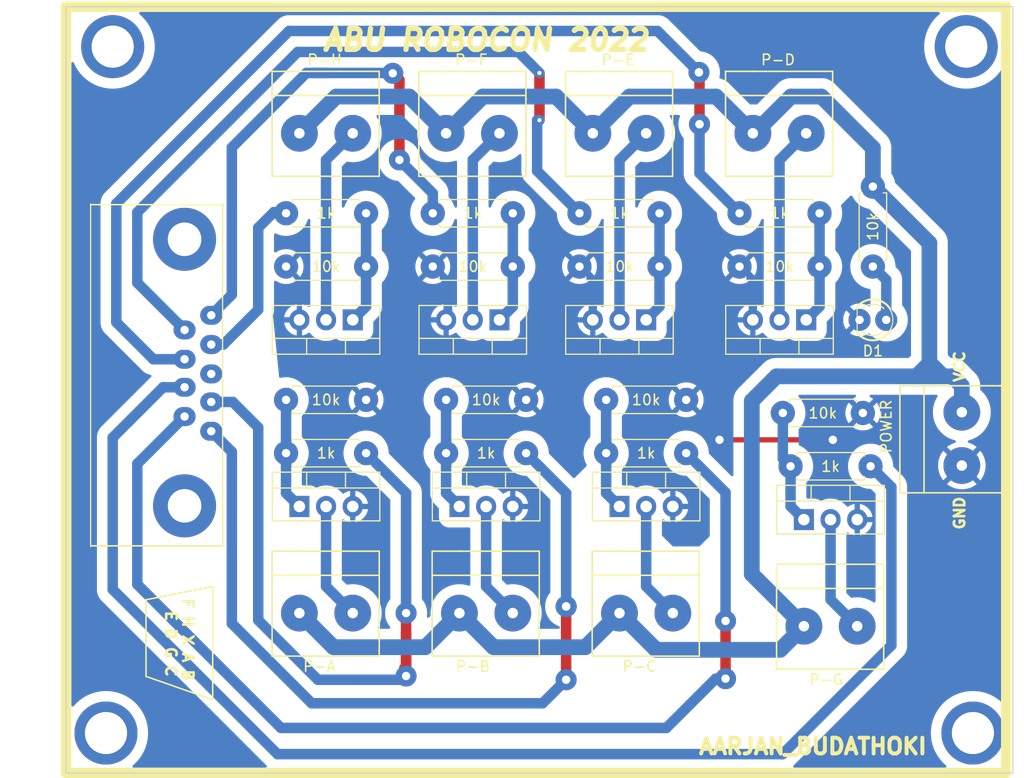
<source format=kicad_pcb>
(kicad_pcb (version 20220417) (generator pcbnew)
  (layers (0 "F.Cu" signal) (31 "B.Cu" signal) (34 "B.Paste" user) (35 "F.Paste" user) (36 "B.SilkS" user "B.Silkscreen") (37 "F.SilkS" user "F.Silkscreen") (38 "B.Mask" user) (39 "F.Mask" user) (44 "Edge.Cuts" user))
  (net 0 "")
  (net 2 "/H")
  (net 3 "/12V")
  (net 4 "Net-(J4-Pad2)")
  (net 5 "Net-(J5-Pad2)")
  (net 6 "Net-(J6-Pad2)")
  (net 7 "Net-(J7-Pad2)")
  (net 8 "Net-(J8-Pad2)")
  (net 9 "Net-(J9-Pad2)")
  (net 10 "Net-(J10-Pad2)")
  (net 11 "Net-(J11-Pad2)")
  (net 12 "Net-(Q2-Pad1)")
  (net 13 "GND")
  (net 14 "Net-(Q3-Pad1)")
  (net 15 "Net-(Q4-Pad1)")
  (net 16 "Net-(Q5-Pad1)")
  (net 17 "Net-(Q6-Pad1)")
  (net 18 "Net-(Q7-Pad1)")
  (net 19 "Net-(Q8-Pad1)")
  (net 20 "Net-(Q9-Pad1)")
  (net 21 "Net-(D1-Pad2)")
  (net 23 "/B")
  (net 24 "/A")
  (net 25 "/F")
  (net 26 "/C")
  (net 27 "/G")
  (net 28 "/D")
  (net 29 "/E")
  (footprint "modFiles:Resistor_small" (layer "F.Cu") (at 176.53 58.42 -90)
    (fp_text reference "R1" hide)
    (fp_text value "10k" (at 3.81 0 90) (layer "F.SilkS"))
    (pad "1" thru_hole circle locked (at 0 0 270) (size 2.3 2.3) (drill 0.8) (layers *.Cu *.Mask) (net 3 "/12V"))
    (pad "2" thru_hole circle locked (at 7.62 0 270) (size 2.3 2.3) (drill 0.8) (layers *.Cu *.Mask) (net 21 "Net-(D1-Pad2)"))
  )
  (footprint "modFiles:Connector_Bornier_2" (layer "F.Cu") (at 121.92 99.06)
    (fp_text reference "P-A" (at 1.905 5.08) (layer "F.SilkS"))
    (fp_text value "Conn_01x02_Female")
    (pad "1" thru_hole circle locked (at 0 0) (size 3.5 3.5) (drill 1) (layers *.Cu *.Mask) (net 3 "/12V"))
    (pad "2" thru_hole circle locked (at 5.08 0) (size 3.5 3.5) (drill 1) (layers *.Cu *.Mask) (net 4 "Net-(J4-Pad2)"))
  )
  (footprint "modFiles:Resistor_small" (layer "F.Cu") (at 175.573 79.99 180)
    (fp_text reference "R17" hide)
    (fp_text value "10k" (at 3.81 -0.02) (layer "F.SilkS"))
    (pad "1" thru_hole circle locked (at 0 0 180) (size 2.3 2.3) (drill 0.8) (layers *.Cu *.Mask) (net 13 "GND"))
    (pad "2" thru_hole circle locked (at 7.62 0 180) (size 2.3 2.3) (drill 0.8) (layers *.Cu *.Mask) (net 20 "Net-(Q9-Pad1)"))
  )
  (footprint "Package_TO_SOT_THT:TO-220-3_Vertical" (layer "F.Cu") (at 127 71.12 180)
    (fp_text reference "Q7" hide)
    (fp_text value "TIP122")
    (pad "1" thru_hole rect (at 0 0 180) (size 1.905 2) (drill 1.1) (layers *.Cu *.Mask) (net 18 "Net-(Q7-Pad1)"))
    (pad "2" thru_hole oval (at 2.54 0 180) (size 1.905 2) (drill 1.1) (layers *.Cu *.Mask) (net 9 "Net-(J9-Pad2)"))
    (pad "3" thru_hole oval (at 5.08 0 180) (size 1.905 2) (drill 1.1) (layers *.Cu *.Mask) (net 13 "GND"))
  )
  (footprint "modFiles:Connector_DB_9" (layer "F.Cu") (at 113.5255 81.7305 90)
    (fp_text reference "J3" hide)
    (fp_text value "DB9_Female_MountingHoles")
    (pad "0" thru_hole circle locked (at -7.11 -2.54 90) (size 6 6) (drill 3.2) (layers *.Cu *.Mask))
    (pad "0" thru_hole circle locked (at 18.29 -2.54 90) (size 6 6) (drill 3.2) (layers *.Cu *.Mask))
    (pad "1" thru_hole oval locked (at 0 0 90) (size 1.8 2.1) (drill 0.8) (layers *.Cu *.Mask) (net 23 "/B"))
    (pad "2" thru_hole oval locked (at 2.79 0 90) (size 1.8 2.1) (drill 0.8) (layers *.Cu *.Mask) (net 24 "/A"))
    (pad "3" thru_hole oval locked (at 5.46 0 90) (size 1.8 2.1) (drill 0.8) (layers *.Cu *.Mask))
    (pad "4" thru_hole oval locked (at 8.26 0 90) (size 1.8 2.1) (drill 0.8) (layers *.Cu *.Mask) (net 2 "/H"))
    (pad "5" thru_hole oval locked (at 11.05 0 90) (size 1.8 2.1) (drill 0.8) (layers *.Cu *.Mask) (net 25 "/F"))
    (pad "6" thru_hole oval locked (at 1.4 -2.54 90) (size 1.8 2.1) (drill 0.8) (layers *.Cu *.Mask) (net 26 "/C"))
    (pad "7" thru_hole oval locked (at 4.19 -2.54 90) (size 1.8 2.1) (drill 0.8) (layers *.Cu *.Mask) (net 27 "/G"))
    (pad "8" thru_hole oval locked (at 6.86 -2.54 90) (size 1.8 2.1) (drill 0.8) (layers *.Cu *.Mask) (net 28 "/D"))
    (pad "9" thru_hole oval locked (at 9.65 -2.54 90) (size 1.8 2.1) (drill 0.8) (layers *.Cu *.Mask) (net 29 "/E"))
  )
  (footprint "Package_TO_SOT_THT:TO-220-3_Vertical" (layer "F.Cu") (at 137.16 88.9)
    (fp_text reference "Q4" hide)
    (fp_text value "TIP122")
    (pad "1" thru_hole rect (at 0 0) (size 1.905 2) (drill 1.1) (layers *.Cu *.Mask) (net 15 "Net-(Q4-Pad1)"))
    (pad "2" thru_hole oval (at 2.54 0) (size 1.905 2) (drill 1.1) (layers *.Cu *.Mask) (net 6 "Net-(J6-Pad2)"))
    (pad "3" thru_hole oval (at 5.08 0) (size 1.905 2) (drill 1.1) (layers *.Cu *.Mask) (net 13 "GND"))
  )
  (footprint "modFiles:Resistor_small" (layer "F.Cu") (at 176.31 85.07 180)
    (fp_text reference "R13" hide)
    (fp_text value "1k" (at 3.81 -0.02) (layer "F.SilkS"))
    (pad "1" thru_hole circle locked (at 0 0 180) (size 2.3 2.3) (drill 0.8) (layers *.Cu *.Mask) (net 27 "/G"))
    (pad "2" thru_hole circle locked (at 7.62 0 180) (size 2.3 2.3) (drill 0.8) (layers *.Cu *.Mask) (net 20 "Net-(Q9-Pad1)"))
  )
  (footprint "modFiles:Resistor_small" (layer "F.Cu") (at 128.27 83.82 180)
    (fp_text reference "R2" hide)
    (fp_text value "1k" (at 3.81 0) (layer "F.SilkS"))
    (pad "1" thru_hole circle locked (at 0 0 180) (size 2.3 2.3) (drill 0.8) (layers *.Cu *.Mask) (net 24 "/A"))
    (pad "2" thru_hole circle locked (at 7.62 0 180) (size 2.3 2.3) (drill 0.8) (layers *.Cu *.Mask) (net 12 "Net-(Q2-Pad1)"))
  )
  (footprint "Package_TO_SOT_THT:TO-220-3_Vertical" (layer "F.Cu") (at 140.97 71.12 180)
    (fp_text reference "Q8" hide)
    (fp_text value "TIP122")
    (pad "1" thru_hole rect (at 0 0 180) (size 1.905 2) (drill 1.1) (layers *.Cu *.Mask) (net 19 "Net-(Q8-Pad1)"))
    (pad "2" thru_hole oval (at 2.54 0 180) (size 1.905 2) (drill 1.1) (layers *.Cu *.Mask) (net 10 "Net-(J10-Pad2)"))
    (pad "3" thru_hole oval (at 5.08 0 180) (size 1.905 2) (drill 1.1) (layers *.Cu *.Mask) (net 13 "GND"))
  )
  (footprint "Package_TO_SOT_THT:TO-220-3_Vertical" (layer "F.Cu") (at 170.18 71.12 180)
    (fp_text reference "Q3" hide)
    (fp_text value "TIP122")
    (pad "1" thru_hole rect (at 0 0 180) (size 1.905 2) (drill 1.1) (layers *.Cu *.Mask) (net 14 "Net-(Q3-Pad1)"))
    (pad "2" thru_hole oval (at 2.54 0 180) (size 1.905 2) (drill 1.1) (layers *.Cu *.Mask) (net 5 "Net-(J5-Pad2)"))
    (pad "3" thru_hole oval (at 5.08 0 180) (size 1.905 2) (drill 1.1) (layers *.Cu *.Mask) (net 13 "GND"))
  )
  (footprint "modFiles:Connector_Bornier_2" (layer "F.Cu") (at 135.89 53.34)
    (fp_text reference "P-F" (at 2.4 -7) (layer "F.SilkS"))
    (fp_text value "Conn_01x02_Female")
    (pad "1" thru_hole circle locked (at 0 0) (size 3.5 3.5) (drill 1) (layers *.Cu *.Mask) (net 3 "/12V"))
    (pad "2" thru_hole circle locked (at 5.08 0) (size 3.5 3.5) (drill 1) (layers *.Cu *.Mask) (net 10 "Net-(J10-Pad2)"))
  )
  (footprint "modFiles:Resistor_small" (layer "F.Cu") (at 163.83 60.96)
    (fp_text reference "R3" hide)
    (fp_text value "1k" (at 3.81 0) (layer "F.SilkS"))
    (pad "1" thru_hole circle locked (at 0 0) (size 2.3 2.3) (drill 0.8) (layers *.Cu *.Mask) (net 28 "/D"))
    (pad "2" thru_hole circle locked (at 7.62 0) (size 2.3 2.3) (drill 0.8) (layers *.Cu *.Mask) (net 14 "Net-(Q3-Pad1)"))
  )
  (footprint "modFiles:Resistor_small" (layer "F.Cu") (at 148.59 66.04)
    (fp_text reference "R14" hide)
    (fp_text value "10k" (at 3.81 0) (layer "F.SilkS"))
    (pad "1" thru_hole circle locked (at 0 0) (size 2.3 2.3) (drill 0.8) (layers *.Cu *.Mask) (net 13 "GND"))
    (pad "2" thru_hole circle locked (at 7.62 0) (size 2.3 2.3) (drill 0.8) (layers *.Cu *.Mask) (net 17 "Net-(Q6-Pad1)"))
  )
  (footprint "Package_TO_SOT_THT:TO-220-3_Vertical" (layer "F.Cu") (at 152.4 88.9)
    (fp_text reference "Q5" hide)
    (fp_text value "TIP122")
    (pad "1" thru_hole rect (at 0 0) (size 1.905 2) (drill 1.1) (layers *.Cu *.Mask) (net 16 "Net-(Q5-Pad1)"))
    (pad "2" thru_hole oval (at 2.54 0) (size 1.905 2) (drill 1.1) (layers *.Cu *.Mask) (net 7 "Net-(J7-Pad2)"))
    (pad "3" thru_hole oval (at 5.08 0) (size 1.905 2) (drill 1.1) (layers *.Cu *.Mask) (net 13 "GND"))
  )
  (footprint "modFiles:Resistor_small" (layer "F.Cu") (at 148.59 60.96)
    (fp_text reference "R10" hide)
    (fp_text value "1k" (at 3.81 0) (layer "F.SilkS"))
    (pad "1" thru_hole circle locked (at 0 0) (size 2.3 2.3) (drill 0.8) (layers *.Cu *.Mask) (net 29 "/E"))
    (pad "2" thru_hole circle locked (at 7.62 0) (size 2.3 2.3) (drill 0.8) (layers *.Cu *.Mask) (net 17 "Net-(Q6-Pad1)"))
  )
  (footprint "modFiles:Resistor_small" (layer "F.Cu") (at 158.75 78.74 180)
    (fp_text reference "R9" hide)
    (fp_text value "10k" (at 3.81 0) (layer "F.SilkS"))
    (pad "1" thru_hole circle locked (at 0 0 180) (size 2.3 2.3) (drill 0.8) (layers *.Cu *.Mask) (net 13 "GND"))
    (pad "2" thru_hole circle locked (at 7.62 0 180) (size 2.3 2.3) (drill 0.8) (layers *.Cu *.Mask) (net 16 "Net-(Q5-Pad1)"))
  )
  (footprint "modFiles:Connector_Bornier_2" (layer "F.Cu") (at 185 85 90)
    (fp_text reference "POWER" (at 3.72 -7.2 90) (layer "F.SilkS"))
    (fp_text value "Conn_01x02_Female")
    (pad "1" thru_hole circle locked (at 0 0 90) (size 3.5 3.5) (drill 1) (layers *.Cu *.Mask) (net 13 "GND"))
    (pad "2" thru_hole circle locked (at 5.08 0 90) (size 3.5 3.5) (drill 1) (layers *.Cu *.Mask) (net 3 "/12V"))
  )
  (footprint "modFiles:Resistor_small" (layer "F.Cu") (at 120.65 66.04)
    (fp_text reference "R15" hide)
    (fp_text value "10k" (at 3.81 0) (layer "F.SilkS"))
    (pad "1" thru_hole circle locked (at 0 0) (size 2.3 2.3) (drill 0.8) (layers *.Cu *.Mask) (net 13 "GND"))
    (pad "2" thru_hole circle locked (at 7.62 0) (size 2.3 2.3) (drill 0.8) (layers *.Cu *.Mask) (net 18 "Net-(Q7-Pad1)"))
  )
  (footprint "modFiles:Resistor_small" (layer "F.Cu") (at 128.27 78.74 180)
    (fp_text reference "R6" hide)
    (fp_text value "10k" (at 3.81 0) (layer "F.SilkS"))
    (pad "1" thru_hole circle locked (at 0 0 180) (size 2.3 2.3) (drill 0.8) (layers *.Cu *.Mask) (net 13 "GND"))
    (pad "2" thru_hole circle locked (at 7.62 0 180) (size 2.3 2.3) (drill 0.8) (layers *.Cu *.Mask) (net 12 "Net-(Q2-Pad1)"))
  )
  (footprint "modFiles:Connector_Bornier_2" (layer "F.Cu") (at 165.1 53.34)
    (fp_text reference "P-D" (at 2.4 -7) (layer "F.SilkS"))
    (fp_text value "Conn_01x02_Female")
    (pad "1" thru_hole circle locked (at 0 0) (size 3.5 3.5) (drill 1) (layers *.Cu *.Mask) (net 3 "/12V"))
    (pad "2" thru_hole circle locked (at 5.08 0) (size 3.5 3.5) (drill 1) (layers *.Cu *.Mask) (net 5 "Net-(J5-Pad2)"))
  )
  (footprint "modFiles:Resistor_small" (layer "F.Cu") (at 120.65 60.96)
    (fp_text reference "R11" hide)
    (fp_text value "1k" (at 3.81 0) (layer "F.SilkS"))
    (pad "1" thru_hole circle locked (at 0 0) (size 2.3 2.3) (drill 0.8) (layers *.Cu *.Mask) (net 2 "/H"))
    (pad "2" thru_hole circle locked (at 7.62 0) (size 2.3 2.3) (drill 0.8) (layers *.Cu *.Mask) (net 18 "Net-(Q7-Pad1)"))
  )
  (footprint "modFiles:Resistor_small" (layer "F.Cu") (at 143.51 78.74 180)
    (fp_text reference "R8" hide)
    (fp_text value "10k" (at 3.81 0) (layer "F.SilkS"))
    (pad "1" thru_hole circle locked (at 0 0 180) (size 2.3 2.3) (drill 0.8) (layers *.Cu *.Mask) (net 13 "GND"))
    (pad "2" thru_hole circle locked (at 7.62 0 180) (size 2.3 2.3) (drill 0.8) (layers *.Cu *.Mask) (net 15 "Net-(Q4-Pad1)"))
  )
  (footprint "modFiles:Resistor_small" (layer "F.Cu") (at 134.62 66.04)
    (fp_text reference "R16" hide)
    (fp_text value "10k" (at 3.81 0) (layer "F.SilkS"))
    (pad "1" thru_hole circle locked (at 0 0) (size 2.3 2.3) (drill 0.8) (layers *.Cu *.Mask) (net 13 "GND"))
    (pad "2" thru_hole circle locked (at 7.62 0) (size 2.3 2.3) (drill 0.8) (layers *.Cu *.Mask) (net 19 "Net-(Q8-Pad1)"))
  )
  (footprint "modFiles:Connector_Bornier_2" (layer "F.Cu") (at 152.4 99.06)
    (fp_text reference "P-C" (at 1.905 5.08) (layer "F.SilkS"))
    (fp_text value "Conn_01x02_Female")
    (pad "1" thru_hole circle locked (at 0 0) (size 3.5 3.5) (drill 1) (layers *.Cu *.Mask) (net 3 "/12V"))
    (pad "2" thru_hole circle locked (at 5.08 0) (size 3.5 3.5) (drill 1) (layers *.Cu *.Mask) (net 7 "Net-(J7-Pad2)"))
  )
  (footprint "modFiles:Connector_Bornier_2" (layer "F.Cu") (at 137.16 99.06)
    (fp_text reference "P-B" (at 1.27 5.08) (layer "F.SilkS"))
    (fp_text value "Conn_01x02_Female")
    (pad "1" thru_hole circle locked (at 0 0) (size 3.5 3.5) (drill 1) (layers *.Cu *.Mask) (net 3 "/12V"))
    (pad "2" thru_hole circle locked (at 5.08 0) (size 3.5 3.5) (drill 1) (layers *.Cu *.Mask) (net 6 "Net-(J6-Pad2)"))
  )
  (footprint "modFiles:Resistor_small" (layer "F.Cu") (at 134.62 60.96)
    (fp_text reference "R12" hide)
    (fp_text value "1k" (at 3.81 0) (layer "F.SilkS"))
    (pad "1" thru_hole circle locked (at 0 0) (size 2.3 2.3) (drill 0.8) (layers *.Cu *.Mask) (net 25 "/F"))
    (pad "2" thru_hole circle locked (at 7.62 0) (size 2.3 2.3) (drill 0.8) (layers *.Cu *.Mask) (net 19 "Net-(Q8-Pad1)"))
  )
  (footprint "modFiles:Connector_Bornier_2" (layer "F.Cu") (at 121.92 53.34)
    (fp_text reference "P-H" (at 2.4 -7) (layer "F.SilkS"))
    (fp_text value "Conn_01x02_Female")
    (pad "1" thru_hole circle locked (at 0 0) (size 3.5 3.5) (drill 1) (layers *.Cu *.Mask) (net 3 "/12V"))
    (pad "2" thru_hole circle locked (at 5.08 0) (size 3.5 3.5) (drill 1) (layers *.Cu *.Mask) (net 9 "Net-(J9-Pad2)"))
  )
  (footprint "modFiles:Connector_Bornier_2" (layer "F.Cu") (at 169.96 100.31)
    (fp_text reference "P-G" (at 2.125 5.1) (layer "F.SilkS"))
    (fp_text value "Conn_01x02_Female")
    (pad "1" thru_hole circle locked (at 0 0) (size 3.5 3.5) (drill 1) (layers *.Cu *.Mask) (net 3 "/12V"))
    (pad "2" thru_hole circle locked (at 5.08 0) (size 3.5 3.5) (drill 1) (layers *.Cu *.Mask) (net 11 "Net-(J11-Pad2)"))
  )
  (footprint "modFiles:Resistor_small" (layer "F.Cu") (at 163.83 66.04)
    (fp_text reference "R7" hide)
    (fp_text value "10k" (at 3.81 0) (layer "F.SilkS"))
    (pad "1" thru_hole circle locked (at 0 0) (size 2.3 2.3) (drill 0.8) (layers *.Cu *.Mask) (net 13 "GND"))
    (pad "2" thru_hole circle locked (at 7.62 0) (size 2.3 2.3) (drill 0.8) (layers *.Cu *.Mask) (net 14 "Net-(Q3-Pad1)"))
  )
  (footprint "modFiles:Connector_Bornier_2" (layer "F.Cu") (at 149.86 53.34)
    (fp_text reference "P-E" (at 2.4 -7) (layer "F.SilkS"))
    (fp_text value "Conn_01x02_Female")
    (pad "1" thru_hole circle locked (at 0 0) (size 3.5 3.5) (drill 1) (layers *.Cu *.Mask) (net 3 "/12V"))
    (pad "2" thru_hole circle locked (at 5.08 0) (size 3.5 3.5) (drill 1) (layers *.Cu *.Mask) (net 8 "Net-(J8-Pad2)"))
  )
  (footprint "Package_TO_SOT_THT:TO-220-3_Vertical" (layer "F.Cu") (at 169.96 90.15)
    (fp_text reference "Q9" hide)
    (fp_text value "TIP122")
    (pad "1" thru_hole rect (at 0 0) (size 1.905 2) (drill 1.1) (layers *.Cu *.Mask) (net 20 "Net-(Q9-Pad1)"))
    (pad "2" thru_hole oval (at 2.54 0) (size 1.905 2) (drill 1.1) (layers *.Cu *.Mask) (net 11 "Net-(J11-Pad2)"))
    (pad "3" thru_hole oval (at 5.08 0) (size 1.905 2) (drill 1.1) (layers *.Cu *.Mask) (net 13 "GND"))
  )
  (footprint "modFiles:Resistor_small" (layer "F.Cu") (at 143.51 83.82 180)
    (fp_text reference "R4" hide)
    (fp_text value "1k" (at 3.81 0) (layer "F.SilkS"))
    (pad "1" thru_hole circle locked (at 0 0 180) (size 2.3 2.3) (drill 0.8) (layers *.Cu *.Mask) (net 23 "/B"))
    (pad "2" thru_hole circle locked (at 7.62 0 180) (size 2.3 2.3) (drill 0.8) (layers *.Cu *.Mask) (net 15 "Net-(Q4-Pad1)"))
  )
  (footprint "Package_TO_SOT_THT:TO-220-3_Vertical" (layer "F.Cu") (at 154.94 71.12 180)
    (fp_text reference "Q6" hide)
    (fp_text value "TIP122")
    (pad "1" thru_hole rect (at 0 0 180) (size 1.905 2) (drill 1.1) (layers *.Cu *.Mask) (net 17 "Net-(Q6-Pad1)"))
    (pad "2" thru_hole oval (at 2.54 0 180) (size 1.905 2) (drill 1.1) (layers *.Cu *.Mask) (net 8 "Net-(J8-Pad2)"))
    (pad "3" thru_hole oval (at 5.08 0 180) (size 1.905 2) (drill 1.1) (layers *.Cu *.Mask) (net 13 "GND"))
  )
  (footprint "modFiles:Resistor_small" (layer "F.Cu") (at 158.75 83.82 180)
    (fp_text reference "R5" hide)
    (fp_text value "1k" (at 3.81 0) (layer "F.SilkS"))
    (pad "1" thru_hole circle locked (at 0 0 180) (size 2.3 2.3) (drill 0.8) (layers *.Cu *.Mask) (net 26 "/C"))
    (pad "2" thru_hole circle locked (at 7.62 0 180) (size 2.3 2.3) (drill 0.8) (layers *.Cu *.Mask) (net 16 "Net-(Q5-Pad1)"))
  )
  (footprint "Package_TO_SOT_THT:TO-220-3_Vertical" (layer "F.Cu") (at 121.92 88.9)
    (fp_text reference "Q2" hide)
    (fp_text value "TIP122")
    (pad "1" thru_hole rect (at 0 0) (size 1.905 2) (drill 1.1) (layers *.Cu *.Mask) (net 12 "Net-(Q2-Pad1)"))
    (pad "2" thru_hole oval (at 2.54 0) (size 1.905 2) (drill 1.1) (layers *.Cu *.Mask) (net 4 "Net-(J4-Pad2)"))
    (pad "3" thru_hole oval (at 5.08 0) (size 1.905 2) (drill 1.1) (layers *.Cu *.Mask) (net 13 "GND"))
  )
  (footprint "modFiles:LED_D3.0mm" (layer "B.Cu") (at 175.26 71.12)
    (fp_text reference "D1" (at 1.27 2.96 -180) (layer "F.SilkS"))
    (fp_text value "LED")
    (pad "1" thru_hole circle (at 0 0) (size 2.1 2.1) (drill 0.8) (layers *.Cu *.Mask) (net 13 "GND"))
    (pad "2" thru_hole circle (at 2.54 0) (size 2.1 2.1) (drill 0.8) (layers *.Cu *.Mask) (net 21 "Net-(D1-Pad2)"))
  )
  (gr_line (start 189.23 41.275) (end 189.23 114.3) (stroke (width 1)) (layer "F.SilkS"))
  (gr_line (start 189.23 114.3) (end 99.695 114.3) (stroke (width 1)) (layer "F.SilkS"))
  (gr_line (start 99.695 41.275) (end 189.23 41.275) (stroke (width 1)) (layer "F.SilkS"))
  (gr_line (start 107.315 97.79) (end 113.665 96.52) (stroke (width 0.15)) (layer "F.SilkS"))
  (gr_line (start 113.665 96.52) (end 113.665 107.315) (stroke (width 0.15)) (layer "F.SilkS"))
  (gr_line (start 107.315 105.0925) (end 107.315 97.79) (stroke (width 0.15)) (layer "F.SilkS"))
  (gr_line (start 99.695 114.3) (end 99.695 41.275) (stroke (width 1)) (layer "F.SilkS"))
  (gr_line (start 113.665 107.315) (end 107.315 105.0925) (stroke (width 0.15)) (layer "F.SilkS"))
  (gr_line (start 189.865 114.3) (end 99.695 114.3) (stroke (width 0.1)) (layer "Edge.Cuts"))
  (gr_line (start 99.695 114.3) (end 99.695 41.275) (stroke (width 0.1)) (layer "Edge.Cuts"))
  (gr_line (start 189.865 41.275) (end 189.865 114.3) (stroke (width 0.1)) (layer "Edge.Cuts"))
  (gr_line (start 99.695 41.275) (end 189.865 41.275) (stroke (width 0.1)) (layer "Edge.Cuts"))
  (gr_text "VCC" (at 184.785 75.565 90) (layer "F.SilkS") (effects (font (size 1 1) (thickness 0.25))))
  (gr_text "ABU ROBOCON 2022" (at 139.7 44.45) (layer "F.SilkS") (effects (font (size 2 2) (thickness 0.5) italic)))
  (gr_text "GND" (at 184.785 89.535 90) (layer "F.SilkS") (effects (font (size 1 1) (thickness 0.25))))
  (gr_text "F H X A B\n E D G C" (at 110.49 101.6 270) (layer "F.SilkS") (effects (font (size 1 1) (thickness 0.25))))
  (gr_text "AARJAN_BUDATHOKI" (at 170.815 111.76) (layer "F.SilkS") (effects (font (size 1.5 1.5) (thickness 0.375))))
  (via (at 185.42 45.085) (size 5) (drill 4) (layers "F.Cu" "B.Cu") (net 0))
  (via (at 185.42 45.085) (size 6) (drill 4) (layers "F.Cu" "B.Cu") (net 0))
  (via (at 103.505 110.49) (size 6) (drill 4) (layers "F.Cu" "B.Cu") (net 0))
  (via (at 104.14 45.085) (size 6) (drill 4) (layers "F.Cu" "B.Cu") (net 0))
  (via (at 186.055 110.49) (size 6) (drill 4) (layers "F.Cu" "B.Cu") (net 0))
  (via (at 186.055 110.49) (size 5) (drill 4) (layers "F.Cu" "B.Cu") (net 0))
  (via (at 103.505 110.49) (size 5) (drill 4) (layers "F.Cu" "B.Cu") (net 0))
  (via (at 104.14 45.085) (size 5) (drill 4) (layers "F.Cu" "B.Cu") (net 0))
  (segment (start 119.489511 60.850489) (end 120.65 60.850489) (width 1) (layer "B.Cu") (net 2))
  (segment (start 113.5255 73.4705) (end 114.679 73.4705) (width 1) (layer "B.Cu") (net 2))
  (segment (start 114.679 73.4705) (end 118.000489 70.149011) (width 1) (layer "B.Cu") (net 2))
  (segment (start 118.000489 62.339511) (end 119.489511 60.850489) (width 1) (layer "B.Cu") (net 2))
  (segment (start 118.000489 70.149011) (end 118.000489 62.339511) (width 1) (layer "B.Cu") (net 2))
  (segment (start 161.600489 49.840489) (end 165.1 53.34) (width 1.5) (layer "B.Cu") (net 3))
  (segment (start 146.360489 49.840489) (end 149.86 53.34) (width 1.5) (layer "B.Cu") (net 3))
  (segment (start 155.899511 102.559511) (end 167.710489 102.559511) (width 1.5) (layer "B.Cu") (net 3))
  (segment (start 137.16 99.06) (end 140.409511 102.309511) (width 1.5) (layer "B.Cu") (net 3))
  (segment (start 149.150489 102.309511) (end 152.4 99.06) (width 1.5) (layer "B.Cu") (net 3))
  (segment (start 165 78.842471) (end 167.341982 76.500489) (width 1.5) (layer "B.Cu") (net 3))
  (segment (start 135.89 53.34) (end 139.389511 49.840489) (width 1.5) (layer "B.Cu") (net 3))
  (segment (start 165.230943 53.34) (end 168.730454 49.840489) (width 1.5) (layer "B.Cu") (net 3))
  (segment (start 181.910489 76.500489) (end 183.214511 76.500489) (width 1.5) (layer "B.Cu") (net 3))
  (segment (start 133.910489 102.309511) (end 137.16 99.06) (width 1.5) (layer "B.Cu") (net 3))
  (segment (start 181.910489 76.500489) (end 181.910489 75.264511) (width 1.5) (layer "B.Cu") (net 3))
  (segment (start 168.730454 49.840489) (end 171.629546 49.840489) (width 1.5) (layer "B.Cu") (net 3))
  (segment (start 183.214511 76.500489) (end 184.080489 76.500489) (width 1.5) (layer "B.Cu") (net 3))
  (segment (start 181.978533 75.264511) (end 183.214511 76.500489) (width 1.5) (layer "B.Cu") (net 3))
  (segment (start 181.910489 75.264511) (end 181.910489 63.800489) (width 1.5) (layer "B.Cu") (net 3))
  (segment (start 169.96 100.31) (end 165 95.35) (width 1.5) (layer "B.Cu") (net 3))
  (segment (start 181.910489 63.800489) (end 176.53 58.42) (width 1.5) (layer "B.Cu") (net 3))
  (segment (start 180.674511 76.500489) (end 180.640489 76.500489) (width 1.5) (layer "B.Cu") (net 3))
  (segment (start 165 95.35) (end 165 78.842471) (width 1.5) (layer "B.Cu") (net 3))
  (segment (start 152.4 99.06) (end 155.899511 102.559511) (width 1.5) (layer "B.Cu") (net 3))
  (segment (start 153.359511 49.840489) (end 161.600489 49.840489) (width 1.5) (layer "B.Cu") (net 3))
  (segment (start 139.389511 49.840489) (end 146.360489 49.840489) (width 1.5) (layer "B.Cu") (net 3))
  (segment (start 180.640489 76.500489) (end 181.910489 76.500489) (width 1.5) (layer "B.Cu") (net 3))
  (segment (start 165.1 53.34) (end 165.230943 53.34) (width 1.5) (layer "B.Cu") (net 3))
  (segment (start 185 77.42) (end 185 79.92) (width 1.5) (layer "B.Cu") (net 3))
  (segment (start 125.169511 102.309511) (end 133.910489 102.309511) (width 1.5) (layer "B.Cu") (net 3))
  (segment (start 125.419511 49.840489) (end 132.390489 49.840489) (width 1.5) (layer "B.Cu") (net 3))
  (segment (start 167.710489 102.559511) (end 169.96 100.31) (width 1.5) (layer "B.Cu") (net 3))
  (segment (start 171.629546 49.840489) (end 176.53 54.740943) (width 1.5) (layer "B.Cu") (net 3))
  (segment (start 132.390489 49.840489) (end 135.89 53.34) (width 1.5) (layer "B.Cu") (net 3))
  (segment (start 176.53 54.740943) (end 176.53 58.42) (width 1.5) (layer "B.Cu") (net 3))
  (segment (start 121.92 99.06) (end 125.169511 102.309511) (width 1.5) (layer "B.Cu") (net 3))
  (segment (start 140.409511 102.309511) (end 149.150489 102.309511) (width 1.5) (layer "B.Cu") (net 3))
  (segment (start 121.92 53.34) (end 125.419511 49.840489) (width 1.5) (layer "B.Cu") (net 3))
  (segment (start 167.341982 76.500489) (end 180.640489 76.500489) (width 1.5) (layer "B.Cu") (net 3))
  (segment (start 181.910489 75.264511) (end 180.674511 76.500489) (width 1.5) (layer "B.Cu") (net 3))
  (segment (start 149.86 53.34) (end 153.359511 49.840489) (width 1.5) (layer "B.Cu") (net 3))
  (segment (start 181.910489 75.264511) (end 181.978533 75.264511) (width 1.5) (layer "B.Cu") (net 3))
  (segment (start 184.080489 76.500489) (end 185 77.42) (width 1.5) (layer "B.Cu") (net 3))
  (segment (start 124.46 88.9) (end 124.46 96.52) (width 1) (layer "B.Cu") (net 4))
  (segment (start 124.46 96.52) (end 127 99.06) (width 1) (layer "B.Cu") (net 4))
  (segment (start 167.64 55.88) (end 167.64 71.12) (width 1) (layer "B.Cu") (net 5))
  (segment (start 170.18 53.34) (end 167.64 55.88) (width 1) (layer "B.Cu") (net 5))
  (segment (start 139.7 96.52) (end 142.24 99.06) (width 1) (layer "B.Cu") (net 6))
  (segment (start 139.7 88.9) (end 139.7 96.52) (width 1) (layer "B.Cu") (net 6))
  (segment (start 154.94 88.9) (end 154.94 96.52) (width 1) (layer "B.Cu") (net 7))
  (segment (start 154.94 96.52) (end 157.48 99.06) (width 1) (layer "B.Cu") (net 7))
  (segment (start 154.94 53.34) (end 152.4 55.88) (width 1) (layer "B.Cu") (net 8))
  (segment (start 152.4 55.88) (end 152.4 71.12) (width 1) (layer "B.Cu") (net 8))
  (segment (start 124.46 55.88) (end 124.46 71.12) (width 1) (layer "B.Cu") (net 9))
  (segment (start 127 53.34) (end 124.46 55.88) (width 1) (layer "B.Cu") (net 9))
  (segment (start 140.97 53.34) (end 138.43 55.88) (width 1) (layer "B.Cu") (net 10))
  (segment (start 138.43 55.88) (end 138.43 71.12) (width 1) (layer "B.Cu") (net 10))
  (segment (start 172.5 97.77) (end 175.04 100.31) (width 1) (layer "B.Cu") (net 11))
  (segment (start 172.5 90.15) (end 172.5 97.77) (width 1) (layer "B.Cu") (net 11))
  (segment (start 120.65 78.74) (end 120.65 83.82) (width 1) (layer "B.Cu") (net 12))
  (segment (start 120.65 83.82) (end 120.65 87.63) (width 1) (layer "B.Cu") (net 12))
  (segment (start 120.65 87.63) (end 121.92 88.9) (width 1) (layer "B.Cu") (net 12))
  (segment (start 172.72 82.55) (end 161.925 82.55) (width 0.5) (layer "F.Cu") (net 13))
  (via (at 172.72 82.55) (size 2) (drill 0.8) (layers "F.Cu" "B.Cu") (net 13))
  (via (at 161.925 82.55) (size 2) (drill 0.8) (layers "F.Cu" "B.Cu") (net 13))
  (segment (start 163.83 66.04) (end 165.1 67.31) (width 0.8) (layer "B.Cu") (net 13))
  (segment (start 136.07798 71.12) (end 135.89 71.12) (width 0.8) (layer "B.Cu") (net 13))
  (segment (start 165.1 67.31) (end 165.1 71.12) (width 0.8) (layer "B.Cu") (net 13))
  (segment (start 148.59 66.04) (end 149.86 67.31) (width 0.8) (layer "B.Cu") (net 13))
  (segment (start 136.07798 67.49798) (end 136.07798 71.12) (width 0.8) (layer "B.Cu") (net 13))
  (segment (start 134.62 66.04) (end 136.07798 67.49798) (width 0.8) (layer "B.Cu") (net 13))
  (segment (start 149.86 67.31) (end 149.86 71.12) (width 0.8) (layer "B.Cu") (net 13))
  (segment (start 171.45 60.96) (end 171.45 66.04) (width 1) (layer "B.Cu") (net 14))
  (segment (start 171.45 69.85) (end 170.18 71.12) (width 1) (layer "B.Cu") (net 14))
  (segment (start 171.45 66.04) (end 171.45 69.85) (width 1) (layer "B.Cu") (net 14))
  (segment (start 135.89 83.82) (end 135.89 87.63) (width 1) (layer "B.Cu") (net 15))
  (segment (start 135.89 78.74) (end 135.89 83.82) (width 1) (layer "B.Cu") (net 15))
  (segment (start 135.89 87.63) (end 137.16 88.9) (width 1) (layer "B.Cu") (net 15))
  (segment (start 151.13 83.82) (end 151.13 87.63) (width 1) (layer "B.Cu") (net 16))
  (segment (start 151.13 87.63) (end 152.4 88.9) (width 1) (layer "B.Cu") (net 16))
  (segment (start 151.13 78.74) (end 151.13 83.82) (width 1) (layer "B.Cu") (net 16))
  (segment (start 156.21 69.85) (end 154.94 71.12) (width 1) (layer "B.Cu") (net 17))
  (segment (start 156.21 60.96) (end 156.21 66.04) (width 1) (layer "B.Cu") (net 17))
  (segment (start 156.21 66.04) (end 156.21 69.85) (width 1) (layer "B.Cu") (net 17))
  (segment (start 128.27 69.85) (end 127 71.12) (width 1) (layer "B.Cu") (net 18))
  (segment (start 128.27 66.04) (end 128.27 69.85) (width 1) (layer "B.Cu") (net 18))
  (segment (start 128.27 60.96) (end 128.27 66.04) (width 1) (layer "B.Cu") (net 18))
  (segment (start 142.24 66.04) (end 142.24 69.85) (width 1) (layer "B.Cu") (net 19))
  (segment (start 142.24 69.85) (end 140.97 71.12) (width 1) (layer "B.Cu") (net 19))
  (segment (start 142.24 63.5) (end 142.24 67.31) (width 1) (layer "B.Cu") (net 19))
  (segment (start 142.24 60.96) (end 142.24 63.5) (width 1) (layer "B.Cu") (net 19))
  (segment (start 167.953 84.333) (end 168.69 85.07) (width 1) (layer "B.Cu") (net 20))
  (segment (start 168.69 85.07) (end 168.69 88.88) (width 1) (layer "B.Cu") (net 20))
  (segment (start 167.953 79.99) (end 167.953 84.333) (width 1) (layer "B.Cu") (net 20))
  (segment (start 168.69 88.88) (end 169.96 90.15) (width 1) (layer "B.Cu") (net 20))
  (segment (start 176.53 66.04) (end 177.809511 67.319511) (width 1) (layer "B.Cu") (net 21))
  (segment (start 177.809511 67.319511) (end 177.809511 71.12) (width 1) (layer "B.Cu") (net 21))
  (segment (start 147.32 98.425) (end 147.32 105.41) (width 1) (layer "F.Cu") (net 23))
  (via (at 147.32 105.41) (size 2) (drill 0.8) (layers "F.Cu" "B.Cu") (net 23))
  (via (at 147.32 98.425) (size 2) (drill 0.8) (layers "F.Cu" "B.Cu") (net 23))
  (via (at 147.32 98.425) (size 2) (drill 0.8) (layers "F.Cu" "B.Cu") (net 23))
  (via (at 147.32 98.425) (size 2) (drill 0.8) (layers "F.Cu" "B.Cu") (net 23))
  (segment (start 147.32 105.41) (end 145.08 107.65) (width 1) (layer "B.Cu") (net 23))
  (segment (start 147.32 98.425) (end 147.32 87.63) (width 1) (layer "B.Cu") (net 23))
  (segment (start 145.08 107.65) (end 123.086748 107.65) (width 1) (layer "B.Cu") (net 23))
  (segment (start 115.485011 100.048263) (end 115.485011 83.690011) (width 1) (layer "B.Cu") (net 23))
  (segment (start 115.485011 83.690011) (end 113.5255 81.7305) (width 1) (layer "B.Cu") (net 23))
  (segment (start 123.086748 107.65) (end 115.485011 100.048263) (width 1) (layer "B.Cu") (net 23))
  (segment (start 147.32 87.63) (end 143.51 83.82) (width 1) (layer "B.Cu") (net 23))
  (segment (start 132.08 105.059011) (end 132.08 100.965) (width 1) (layer "F.Cu") (net 24))
  (segment (start 132.08 104.14) (end 131.910969 104.309031) (width 1) (layer "F.Cu") (net 24))
  (segment (start 132.08 99.06) (end 132.08 100.965) (width 1) (layer "F.Cu") (net 24))
  (segment (start 132.08 100.965) (end 132.08 104.14) (width 1) (layer "F.Cu") (net 24))
  (via (at 132.08 99.06) (size 2) (drill 0.8) (layers "F.Cu" "B.Cu") (net 24))
  (via (at 132.08 105.059011) (size 2) (drill 0.8) (layers "F.Cu" "B.Cu") (net 24))
  (segment (start 113.5255 78.9405) (end 115.5755 78.9405) (width 1) (layer "B.Cu") (net 24))
  (segment (start 123.674496 105.41) (end 127.635 105.41) (width 1) (layer "B.Cu") (net 24))
  (segment (start 118.000489 81.365489) (end 118.000489 99.735993) (width 1) (layer "B.Cu") (net 24))
  (segment (start 115.5755 78.9405) (end 118.000489 81.365489) (width 1) (layer "B.Cu") (net 24))
  (segment (start 118.000489 99.735993) (end 123.674496 105.41) (width 1) (layer "B.Cu") (net 24))
  (segment (start 127.635 105.41) (end 131.729011 105.41) (width 1) (layer "B.Cu") (net 24))
  (segment (start 132.08 87.63) (end 128.27 83.82) (width 1) (layer "B.Cu") (net 24))
  (segment (start 131.729011 105.41) (end 132.08 105.059011) (width 1) (layer "B.Cu") (net 24))
  (segment (start 132.08 99.06) (end 132.08 87.63) (width 1) (layer "B.Cu") (net 24))
  (segment (start 131.445 48.26) (end 130.81 47.625) (width 1) (layer "F.Cu") (net 25))
  (segment (start 131.445 55.88) (end 131.445 48.26) (width 1) (layer "F.Cu") (net 25))
  (via (at 131.445 55.88) (size 2) (drill 0.8) (layers "F.Cu" "B.Cu") (net 25))
  (via (at 130.81 47.625) (size 2) (drill 0.8) (layers "F.Cu" "B.Cu") (net 25))
  (segment (start 122.589031 47.590969) (end 123.224031 47.590969) (width 1) (layer "B.Cu") (net 25))
  (segment (start 115.485011 54.694989) (end 122.589031 47.590969) (width 1) (layer "B.Cu") (net 25))
  (segment (start 115.485011 68.720989) (end 115.485011 54.694989) (width 1) (layer "B.Cu") (net 25))
  (segment (start 123.224031 47.590969) (end 124.487729 47.590969) (width 1) (layer "B.Cu") (net 25))
  (segment (start 134.62 59.055) (end 131.445 55.88) (width 1) (layer "B.Cu") (net 25))
  (segment (start 123.224031 47.590969) (end 130.81 47.590969) (width 1) (layer "B.Cu") (net 25))
  (segment (start 134.62 60.96) (end 134.62 59.055) (width 1) (layer "B.Cu") (net 25))
  (segment (start 113.5255 70.6805) (end 115.485011 68.720989) (width 1) (layer "B.Cu") (net 25))
  (segment (start 162.5 105.309011) (end 162.5 99.810011) (width 1) (layer "F.Cu") (net 26))
  (via (at 162.5 105.309011) (size 2) (drill 0.8) (layers "F.Cu" "B.Cu") (net 26))
  (via (at 162.5 99.810011) (size 2) (drill 0.8) (layers "F.Cu" "B.Cu") (net 26))
  (segment (start 162.5 99.810011) (end 162.5 87.57) (width 1) (layer "B.Cu") (net 26))
  (segment (start 162.5 87.57) (end 158.75 83.82) (width 1) (layer "B.Cu") (net 26))
  (segment (start 161.56002 105.309011) (end 162.5 105.309011) (width 1) (layer "B.Cu") (net 26))
  (segment (start 106.485989 96.325989) (end 120.16 110) (width 1) (layer "B.Cu") (net 26))
  (segment (start 156.869031 110) (end 161.56002 105.309011) (width 1) (layer "B.Cu") (net 26))
  (segment (start 120.16 110) (end 156.869031 110) (width 1) (layer "B.Cu") (net 26))
  (segment (start 106.485989 84.830011) (end 106.485989 96.325989) (width 1) (layer "B.Cu") (net 26))
  (segment (start 110.9855 80.3305) (end 106.485989 84.830011) (width 1) (layer "B.Cu") (net 26))
  (segment (start 178.289511 102.140489) (end 178.289511 87.049511) (width 1) (layer "B.Cu") (net 27))
  (segment (start 104.14 96.807748) (end 119.832252 112.5) (width 1) (layer "B.Cu") (net 27))
  (segment (start 167.93 112.5) (end 178.289511 102.140489) (width 1) (layer "B.Cu") (net 27))
  (segment (start 178.289511 87.049511) (end 176.31 85.07) (width 1) (layer "B.Cu") (net 27))
  (segment (start 108.9355 77.5405) (end 104.14 82.336) (width 1) (layer "B.Cu") (net 27))
  (segment (start 104.14 82.336) (end 104.14 96.807748) (width 1) (layer "B.Cu") (net 27))
  (segment (start 119.832252 112.5) (end 167.93 112.5) (width 1) (layer "B.Cu") (net 27))
  (segment (start 110.9855 77.5405) (end 108.9355 77.5405) (width 1) (layer "B.Cu") (net 27))
  (segment (start 160.02 47.590969) (end 160.02 52.090009) (width 1) (layer "F.Cu") (net 28))
  (via (at 159.964515 47.535485) (size 1.2) (drill 0.8) (layers "F.Cu" "B.Cu") (net 28))
  (via (at 160.02 52.48) (size 1.2) (drill 0.8) (layers "F.Cu" "B.Cu") (net 28))
  (via (at 159.964515 47.535485) (size 2) (drill 0.8) (layers "F.Cu" "B.Cu") (net 28))
  (via (at 160.02 52.48) (size 2) (drill 0.8) (layers "F.Cu" "B.Cu") (net 28))
  (segment (start 104.486469 60.038035) (end 120.932575 43.591929) (width 1) (layer "B.Cu") (net 28))
  (segment (start 108.0095 74.8705) (end 104.486469 71.347469) (width 1) (layer "B.Cu") (net 28))
  (segment (start 156.02096 43.591929) (end 159.964515 47.535485) (width 1) (layer "B.Cu") (net 28))
  (segment (start 160.02 52.48) (end 160.02 52.090009) (width 1) (layer "B.Cu") (net 28))
  (segment (start 159.964515 47.535485) (end 160.02 47.590969) (width 1) (layer "B.Cu") (net 28))
  (segment (start 163.83 60.96) (end 160.02 57.15) (width 1) (layer "B.Cu") (net 28))
  (segment (start 110.9855 74.8705) (end 108.0095 74.8705) (width 1) (layer "B.Cu") (net 28))
  (segment (start 160.02 57.15) (end 160.02 55.88) (width 1) (layer "B.Cu") (net 28))
  (segment (start 160.02 55.88) (end 160.02 52.48) (width 1) (layer "B.Cu") (net 28))
  (segment (start 120.932575 43.591929) (end 156.02096 43.591929) (width 1) (layer "B.Cu") (net 28))
  (segment (start 104.486469 71.347469) (end 104.486469 60.038035) (width 1) (layer "B.Cu") (net 28))
  (segment (start 144.78 52.090009) (end 144.78 47.590969) (width 1) (layer "F.Cu") (net 29))
  (via (at 144.78 47.590969) (size 0.8) (drill 0.4) (layers "F.Cu" "B.Cu") (net 29))
  (via (at 144.78 52.090009) (size 0.8) (drill 0.4) (layers "F.Cu" "B.Cu") (net 29))
  (segment (start 148.59 60.96) (end 144.559369 56.929369) (width 1) (layer "B.Cu") (net 29))
  (segment (start 142.78048 45.591449) (end 144.78 47.590969) (width 1) (layer "B.Cu") (net 29))
  (segment (start 110.9855 72.0805) (end 106.485989 67.580989) (width 1) (layer "B.Cu") (net 29))
  (segment (start 106.485989 67.580989) (end 106.485989 60.866263) (width 1) (layer "B.Cu") (net 29))
  (segment (start 121.760803 45.591449) (end 142.78048 45.591449) (width 1) (layer "B.Cu") (net 29))
  (segment (start 144.559369 56.929369) (end 144.559369 52.090009) (width 1) (layer "B.Cu") (net 29))
  (segment (start 106.485989 60.866263) (end 121.760803 45.591449) (width 1) (layer "B.Cu") (net 29))
  (segment (start 144.559369 52.090009) (end 144.78 52.090009) (width 1) (layer "B.Cu") (net 29))
  (zone (net 13) (net_name "GND") (layer "B.Cu") (connect_pads (clearance 0.508)) (min_thickness 0.254) (fill yes (thermal_gap 0.508) (thermal_bridge_width 0.508))
    (polygon (pts (xy 190 114.26) (xy 99.695 114.3) (xy 99.83 40.64) (xy 190 40.64)))
  )
  (zone (net 0) (net_name "") (layer "B.Cu") (connect_pads (clearance 0)) (min_thickness 0.254)
    (keepout (tracks not_allowed) (vias not_allowed) (pads not_allowed) (copperpour not_allowed) (footprints allowed))
    (fill (thermal_gap 0.508) (thermal_bridge_width 0.508))
    (polygon (pts (xy 174.625 59.055) (xy 173.355 60.325) (xy 172.085 57.785)))
  )
  (zone (net 0) (net_name "") (layers "B.Cu" "Edge.Cuts") (connect_pads (clearance 0)) (min_thickness 0.254)
    (keepout (tracks not_allowed) (vias not_allowed) (pads not_allowed) (copperpour not_allowed) (footprints allowed))
    (fill (thermal_gap 0.508) (thermal_bridge_width 0.508))
    (polygon (pts (xy 120.015 76.835) (xy 118.11 74.295) (xy 119.38 70.485)))
  )
  (zone (net 0) (net_name "") (layers "B.Cu" "Edge.Cuts") (connect_pads (clearance 0)) (min_thickness 0.254)
    (keepout (tracks not_allowed) (vias not_allowed) (pads not_allowed) (copperpour not_allowed) (footprints allowed))
    (fill (thermal_gap 0.508) (thermal_bridge_width 0.508))
    (polygon (pts (xy 149.225 87.63) (xy 147.955 86.36) (xy 149.86 84.455)))
  )
  (zone (net 0) (net_name "") (layers "B.Cu" "Edge.Cuts") (connect_pads (clearance 0)) (min_thickness 0.254)
    (keepout (tracks not_allowed) (vias not_allowed) (pads not_allowed) (copperpour not_allowed) (footprints allowed))
    (fill (thermal_gap 0.508) (thermal_bridge_width 0.508))
    (polygon (pts (xy 159.385 97.155) (xy 156.21 91.44) (xy 157.48 92.71) (xy 160.02 92.71) (xy 161.29 91.44)))
  )
)
</source>
